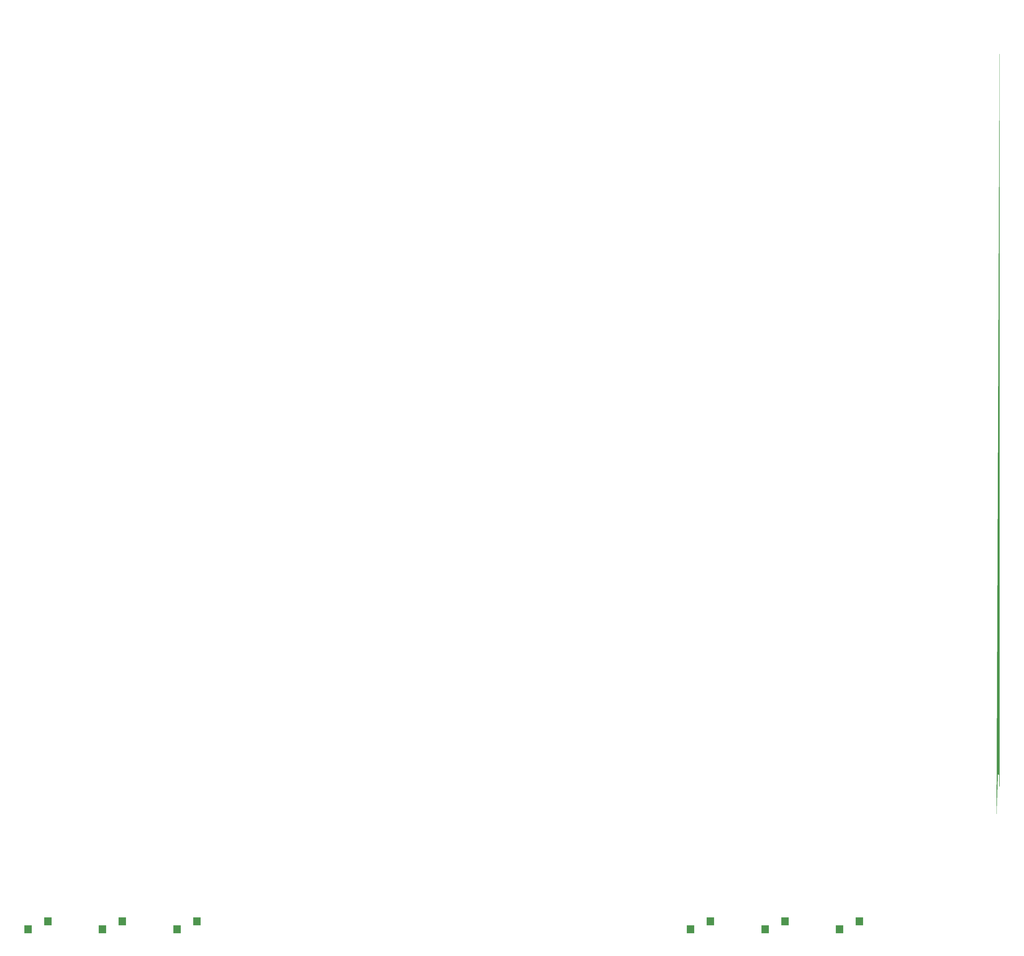
<source format=gbr>
%TF.GenerationSoftware,KiCad,Pcbnew,8.0.1*%
%TF.CreationDate,2025-07-01T00:47:25+09:00*%
%TF.ProjectId,keycultTKL,6b657963-756c-4745-944b-4c2e6b696361,rev?*%
%TF.SameCoordinates,Original*%
%TF.FileFunction,Paste,Top*%
%TF.FilePolarity,Positive*%
%FSLAX46Y46*%
G04 Gerber Fmt 4.6, Leading zero omitted, Abs format (unit mm)*
G04 Created by KiCad (PCBNEW 8.0.1) date 2025-07-01 00:47:25*
%MOMM*%
%LPD*%
G01*
G04 APERTURE LIST*
G04 Aperture macros list*
%AMFreePoly0*
4,1,1541,0.452704,13.979379,0.475047,13.977678,0.497065,13.974878,0.518731,13.971006,0.540016,13.966092,0.560893,13.960161,0.581335,13.953242,0.601314,13.945363,0.620802,13.936551,0.639772,13.926833,0.658196,13.916238,0.676046,13.904793,0.693294,13.892526,0.709914,13.879464,0.725877,13.865635,0.741156,13.851067,0.755723,13.835787,0.769550,13.819823,0.782611,13.803203,0.794876,13.785954,
0.806320,13.768103,0.816913,13.749680,0.826628,13.730710,0.835438,13.711222,0.843315,13.691244,0.850232,13.670803,0.856160,13.649927,0.861072,13.628643,0.864941,13.606979,0.867739,13.584963,0.869438,13.562622,0.870010,13.539984,0.870010,10.349894,0.870584,10.327253,0.872284,10.304910,0.875083,10.282892,0.878953,10.261226,0.883867,10.239940,0.889796,10.219062,0.896714,10.198620,
0.904592,10.178641,0.913404,10.159152,0.923120,10.140182,0.933714,10.121757,0.945159,10.103906,0.957425,10.086657,0.970487,10.070037,0.984315,10.054073,0.998883,10.038793,1.014163,10.024225,1.030127,10.010396,1.046747,9.997335,1.063996,9.985068,1.081847,9.973624,1.100271,9.963030,1.119242,9.953313,1.138730,9.944502,1.158710,9.936624,1.179152,9.929706,1.200030,9.923777,
1.221315,9.918863,1.242981,9.914993,1.265000,9.912194,1.287343,9.910494,1.309983,9.909921,2.519992,9.909921,2.541813,9.910459,2.563486,9.912069,2.584974,9.914736,2.606242,9.918445,2.627254,9.923180,2.647974,9.928928,2.668365,9.935673,2.688392,9.943400,2.708019,9.952094,2.727208,9.961740,2.745926,9.972323,2.764134,9.983829,2.781797,9.996242,2.798880,10.009548,
2.815346,10.023731,2.831158,10.038776,2.846206,10.054586,2.860391,10.071050,2.873699,10.088130,2.886115,10.105791,2.897623,10.123997,2.908209,10.142712,2.917857,10.161900,2.926554,10.181524,2.934283,10.201548,2.941030,10.221937,2.946780,10.242653,2.951519,10.263662,2.955230,10.284926,2.957899,10.306411,2.959512,10.328078,2.960053,10.349894,2.960053,11.889914,2.960589,11.911734,
2.962198,11.933406,2.964863,11.954894,2.968570,11.976162,2.973303,11.997174,2.979049,12.017894,2.985792,12.038286,2.993518,12.058313,3.002210,12.077940,3.011855,12.097130,3.022437,12.115848,3.033942,12.134057,3.046354,12.151721,3.059658,12.168805,3.073840,12.185271,3.088885,12.201085,3.104695,12.216134,3.121158,12.230320,3.138238,12.243629,3.155899,12.256045,3.174105,12.267555,
3.192820,12.278142,3.212008,12.287792,3.231633,12.296489,3.251658,12.304220,3.272049,12.310969,3.292767,12.316720,3.313778,12.321460,3.335046,12.325173,3.356534,12.327844,3.378206,12.329458,3.400026,12.330001,4.059898,12.330001,4.081719,12.329463,4.103392,12.327853,4.124880,12.325186,4.146148,12.321477,4.167160,12.316741,4.187880,12.310994,4.208271,12.304249,4.228298,12.296522,
4.247925,12.287828,4.267114,12.278182,4.285832,12.267598,4.304040,12.256093,4.321703,12.243679,4.338786,12.230374,4.355252,12.216191,4.371064,12.201145,4.386112,12.185335,4.400297,12.168871,4.413605,12.151790,4.426021,12.134127,4.437529,12.115919,4.448115,12.097201,4.457763,12.078010,4.466460,12.058381,4.474189,12.038351,4.480936,12.017955,4.486686,11.997229,4.491425,11.976210,
4.495136,11.954932,4.497805,11.933433,4.499418,11.911749,4.499959,11.889914,4.499959,6.389904,4.499385,6.367264,4.497685,6.344921,4.494886,6.322903,4.491016,6.301237,4.486102,6.279951,4.480172,6.259074,4.473255,6.238631,4.465376,6.218652,4.456565,6.199163,4.446848,6.180193,4.436254,6.161769,4.424810,6.143918,4.412543,6.126669,4.399482,6.110048,4.385653,6.094084,
4.371085,6.078804,4.355806,6.064236,4.339842,6.050408,4.323221,6.037346,4.305972,6.025079,4.288121,6.013635,4.269697,6.003041,4.250727,5.993324,4.231238,5.984513,4.211259,5.976634,4.190816,5.969717,4.169939,5.963787,4.148653,5.958874,4.126987,5.955003,4.104969,5.952204,4.082626,5.950504,4.059986,5.949931,3.399999,5.949931,3.377359,5.950506,3.355016,5.952208,
3.332998,5.955008,3.311332,5.958879,3.290047,5.963794,3.269170,5.969725,3.248728,5.976644,3.228749,5.984524,3.209261,5.993336,3.190291,6.003054,3.171868,6.013649,3.154018,6.025094,3.136769,6.037361,3.120149,6.050423,3.104186,6.064252,3.088907,6.078821,3.074340,6.094101,3.060513,6.110065,3.047452,6.126685,3.035187,6.143934,3.023744,6.161785,3.013150,6.180208,
3.003435,6.199178,2.994625,6.218666,2.986748,6.238644,2.979831,6.259085,2.973903,6.279961,2.968991,6.301245,2.965122,6.322909,2.962324,6.344925,2.960625,6.367266,2.960053,6.389904,2.960053,7.929927,2.959511,7.951747,2.957897,7.973419,2.955226,7.994907,2.951514,8.016174,2.946774,8.037185,2.941023,8.057904,2.934274,8.078294,2.926544,8.098319,2.917846,8.117944,
2.908197,8.137132,2.897610,8.155847,2.886100,8.174053,2.873684,8.191715,2.860375,8.208795,2.846189,8.225258,2.831140,8.241068,2.815326,8.256112,2.798859,8.270294,2.781776,8.283598,2.764111,8.296010,2.745902,8.307514,2.727184,8.318096,2.707994,8.327741,2.688367,8.336433,2.668340,8.344158,2.647948,8.350901,2.627228,8.356648,2.606216,8.361382,2.584947,8.365089,
2.563459,8.367755,2.541786,8.369363,2.519966,8.369900,1.309956,8.369900,1.287316,8.369325,1.264973,8.367624,1.242955,8.364824,1.221289,8.360953,1.200004,8.356038,1.179127,8.350107,1.158685,8.343188,1.138706,8.335309,1.119218,8.326496,1.100248,8.316779,1.081824,8.306184,1.063974,8.294739,1.046726,8.282471,1.030106,8.269409,1.014143,8.255580,0.998864,8.241012,
0.984297,8.225732,0.970470,8.209768,0.957409,8.193147,0.945144,8.175898,0.933701,8.158047,0.923107,8.139623,0.913392,8.120654,0.904582,8.101166,0.896705,8.081187,0.889788,8.060746,0.883860,8.039870,0.878948,8.018586,0.875079,7.996922,0.872281,7.974906,0.870582,7.952565,0.870010,7.929927,0.870010,2.429924,0.870584,2.407283,0.872284,2.384940,0.875083,2.362922,
0.878953,2.341256,0.883867,2.319970,0.889796,2.299093,0.896714,2.278650,0.904592,2.258671,0.913404,2.239182,0.923120,2.220212,0.933714,2.201787,0.945159,2.183937,0.957425,2.166687,0.970487,2.150067,0.984315,2.134103,0.998883,2.118823,1.014163,2.104255,1.030127,2.090427,1.046747,2.077365,1.063996,2.065099,1.081847,2.053654,1.100271,2.043060,1.119242,2.033344,
1.138730,2.024532,1.158710,2.016654,1.179152,2.009737,1.200030,2.003807,1.221315,1.998894,1.242981,1.995023,1.265000,1.992225,1.287343,1.990524,1.309983,1.989951,3.290003,1.989951,3.312643,1.989376,3.334986,1.987674,3.357004,1.984873,3.378669,1.981002,3.399954,1.976087,3.420832,1.970156,3.441274,1.963237,3.461253,1.955358,3.480741,1.946545,3.499710,1.936828,
3.518134,1.926233,3.535984,1.914788,3.553233,1.902520,3.569852,1.889458,3.585815,1.875629,3.601094,1.861061,3.615661,1.845781,3.629489,1.829817,3.642549,1.813196,3.654815,1.795947,3.666258,1.778097,3.676851,1.759673,3.686567,1.740703,3.695377,1.721216,3.703254,1.701237,3.710170,1.680796,3.716099,1.659920,3.721011,1.638636,3.724880,1.616972,3.727677,1.594956,
3.729376,1.572615,3.729949,1.549978,3.729949,0.889907,3.729375,0.867267,3.727675,0.844923,3.724876,0.822905,3.721006,0.801239,3.716092,0.779954,3.710163,0.759076,3.703245,0.738633,3.695367,0.718654,3.686556,0.699165,3.676839,0.680195,3.666245,0.661771,3.654800,0.643920,3.642534,0.626670,3.629472,0.610050,3.615644,0.594086,3.601076,0.578806,3.585796,0.564238,
3.569832,0.550410,3.553212,0.537348,3.535962,0.525082,3.518111,0.513638,3.499687,0.503043,3.480717,0.493327,3.461228,0.484516,3.441249,0.476637,3.420806,0.469720,3.399929,0.463790,3.378643,0.458877,3.356977,0.455007,3.334959,0.452208,3.312616,0.450508,3.289976,0.449934,1.309956,0.449934,1.287316,0.449359,1.264973,0.447657,1.242955,0.444857,1.221289,0.440985,
1.200004,0.436070,1.179127,0.430139,1.158685,0.423220,1.138706,0.415341,1.119218,0.406529,1.100248,0.396811,1.081824,0.386216,1.063974,0.374771,1.046726,0.362503,1.030106,0.349441,1.014143,0.335612,0.998864,0.321044,0.984297,0.305764,0.970470,0.289800,0.957409,0.273180,0.945144,0.255930,0.933701,0.238080,0.923107,0.219656,0.913392,0.200687,0.904582,0.181199,
0.896705,0.161221,0.889788,0.140780,0.883860,0.119903,0.878948,0.098619,0.875079,0.076955,0.872281,0.054939,0.870582,0.032599,0.870010,0.009961,0.870010,-1.879540,0.870886,-1.907324,0.873489,-1.934802,0.877781,-1.961904,0.883724,-1.988560,0.891281,-2.014702,0.900413,-2.040259,0.911083,-2.065161,0.923253,-2.089340,0.936886,-2.112725,0.951943,-2.135248,0.968387,-2.156838,
0.986180,-2.177426,1.005285,-2.196942,1.025664,-2.215317,1.047278,-2.232482,1.070091,-2.248366,1.093859,-2.262782,1.118311,-2.275583,1.143369,-2.286763,1.168955,-2.296317,1.194988,-2.304237,1.221391,-2.310518,1.248084,-2.315153,1.274988,-2.318135,1.302024,-2.319459,1.329114,-2.319118,1.356179,-2.317107,1.383139,-2.313417,1.409917,-2.308045,1.436432,-2.300982,1.462606,-2.292222,
1.488360,-2.281761,1.726092,-2.186149,1.967782,-2.108150,2.212538,-2.047641,2.459467,-2.004501,2.707677,-1.978609,2.956278,-1.969842,3.204375,-1.978078,3.451079,-2.003197,3.695496,-2.045077,3.936734,-2.103595,4.173902,-2.178630,4.406108,-2.270061,4.632459,-2.377765,4.852064,-2.501622,5.064030,-2.641509,5.267466,-2.797305,5.459450,-2.967013,5.637460,-3.148149,5.801207,-3.339862,
5.950399,-3.541299,6.084745,-3.751609,6.203955,-3.969938,6.307737,-4.195437,6.395802,-4.427252,6.467858,-4.664531,6.523614,-4.906422,6.562780,-5.152075,6.585064,-5.400635,6.590177,-5.651252,6.577826,-5.903074,6.547722,-6.155247,6.499573,-6.406922,6.433856,-6.654590,6.351662,-6.894886,6.253622,-7.127167,6.140367,-7.350793,6.012529,-7.565121,5.870740,-7.769510,5.715630,-7.963318,
5.547832,-8.145903,5.367976,-8.316624,5.176695,-8.474838,4.974619,-8.619905,4.762380,-8.751182,4.540610,-8.868028,4.309939,-8.969801,4.071000,-9.055859,3.824423,-9.125561,3.808196,-9.129982,3.792288,-9.135198,3.776724,-9.141189,3.761530,-9.147937,3.746731,-9.155423,3.732352,-9.163628,3.718419,-9.172532,3.704958,-9.182117,3.691993,-9.192364,3.679549,-9.203253,3.667653,-9.214767,
3.656330,-9.226884,3.645604,-9.239588,3.635502,-9.252857,3.626048,-9.266675,3.617268,-9.281021,3.609230,-9.295794,3.601986,-9.310887,3.595541,-9.326268,3.589897,-9.341906,3.585060,-9.357769,3.581033,-9.373826,3.577819,-9.390045,3.575422,-9.406396,3.573847,-9.422845,3.573096,-9.439363,3.573175,-9.455918,3.574086,-9.472477,3.575833,-9.489010,3.578421,-9.505485,3.581853,-9.521870,
3.586133,-9.538135,3.623612,-9.677482,3.655368,-9.817326,3.681451,-9.957518,3.701915,-10.097910,3.716810,-10.238354,3.726188,-10.378703,3.730100,-10.518808,3.728599,-10.658520,3.721735,-10.797693,3.709560,-10.936178,3.692127,-11.073826,3.669485,-11.210491,3.641688,-11.346022,3.608787,-11.480274,3.570832,-11.613097,3.527877,-11.744344,3.479972,-11.873866,3.427169,-12.001515,3.369520,-12.127144,
3.307075,-12.250604,3.239888,-12.371747,3.168009,-12.490425,3.091490,-12.606490,3.010383,-12.719794,2.924738,-12.830189,2.834609,-12.937526,2.740046,-13.041659,2.641100,-13.142438,2.537825,-13.239715,2.430270,-13.333343,2.318488,-13.423174,2.202531,-13.509059,1.961666,-13.666300,1.712021,-13.802576,1.454849,-13.917886,1.191405,-14.012231,0.922945,-14.085610,0.650720,-14.138024,0.375988,-14.169472,
0.100000,-14.179955,-0.175987,-14.169472,-0.450720,-14.138024,-0.722944,-14.085610,-0.991405,-14.012231,-1.254849,-13.917886,-1.512020,-13.802576,-1.761666,-13.666300,-2.002531,-13.509059,-2.230270,-13.333343,-2.441100,-13.142438,-2.634609,-12.937527,-2.810382,-12.719795,-2.968009,-12.490426,-3.107075,-12.250606,-3.227168,-12.001518,-3.327876,-11.744347,-3.408786,-11.480278,-3.469484,-11.210495,-3.509559,-10.936183,
-3.528598,-10.658526,-3.527663,-10.550083,-1.990043,-10.550083,-1.988880,-10.619912,-1.985411,-10.689361,-1.979663,-10.758383,-1.971663,-10.826929,-1.961439,-10.894953,-1.949017,-10.962407,-1.934427,-11.029242,-1.917695,-11.095412,-1.898849,-11.160869,-1.877915,-11.225565,-1.854923,-11.289453,-1.829898,-11.352485,-1.802869,-11.414613,-1.773863,-11.475791,-1.742908,-11.535969,-1.710030,-11.595102,-1.675258,-11.653141,
-1.638619,-11.710038,-1.600141,-11.765747,-1.559850,-11.820219,-1.517775,-11.873406,-1.473942,-11.925262,-1.428380,-11.975739,-1.381116,-12.024789,-1.332177,-12.072364,-1.281591,-12.118417,-1.229385,-12.162901,-1.175587,-12.205767,-1.120224,-12.246969,-1.063324,-12.286458,-1.004914,-12.324186,-0.945021,-12.360108,-0.822087,-12.425736,-0.696075,-12.482614,-0.567426,-12.530741,-0.436578,-12.570118,-0.303973,-12.600745,
-0.170048,-12.622621,-0.035244,-12.635746,0.100000,-12.640121,0.235244,-12.635746,0.370048,-12.622621,0.503973,-12.600745,0.636579,-12.570118,0.767426,-12.530741,0.896076,-12.482614,1.022087,-12.425736,1.145022,-12.360108,1.263325,-12.286458,1.375588,-12.205767,1.481592,-12.118417,1.581117,-12.024789,1.673943,-11.925262,1.759851,-11.820218,1.838620,-11.710038,1.910031,-11.595101,1.973863,-11.475789,
2.029898,-11.352483,2.077915,-11.225563,2.117695,-11.095409,2.149017,-10.962403,2.171663,-10.826925,2.185411,-10.689356,2.190043,-10.550076,2.187476,-10.446436,2.179819,-10.343500,2.167143,-10.241438,2.149519,-10.140423,2.127017,-10.040625,2.099709,-9.942216,2.067666,-9.845366,2.030958,-9.750248,1.989657,-9.657033,1.943834,-9.565891,1.893558,-9.476995,1.838903,-9.390515,1.779938,-9.306623,
1.716734,-9.225490,1.649362,-9.147287,1.577894,-9.072186,1.502794,-9.000718,1.424591,-8.933346,1.343458,-8.870143,1.259566,-8.811178,1.173085,-8.756522,1.084189,-8.706247,0.993047,-8.660424,0.899831,-8.619123,0.804712,-8.582416,0.707862,-8.550373,0.609452,-8.523066,0.509654,-8.500565,0.408638,-8.482941,0.306576,-8.470265,0.203640,-8.462609,0.100000,-8.460043,0.100044,-8.460036,
-0.003596,-8.462601,-0.106533,-8.470256,-0.208595,-8.482930,-0.309612,-8.500553,-0.409411,-8.523053,-0.507821,-8.550359,-0.604672,-8.582401,-0.699791,-8.619107,-0.793008,-8.660406,-0.884151,-8.706228,-0.973049,-8.756502,-1.059530,-8.811156,-1.143424,-8.870120,-1.224558,-8.933322,-1.302763,-9.000692,-1.377865,-9.072159,-1.449335,-9.147258,-1.516708,-9.225458,-1.579913,-9.306590,-1.638880,-9.390481,
-1.693537,-9.476960,-1.743814,-9.565856,-1.789640,-9.656999,-1.830943,-9.750215,-1.867652,-9.845335,-1.899697,-9.942187,-1.927007,-10.040600,-1.949511,-10.140403,-1.967137,-10.241423,-1.979815,-10.343491,-1.987474,-10.446435,-1.990043,-10.550083,-3.527663,-10.550083,-3.526187,-10.378709,-3.501914,-10.097916,-3.455367,-9.817332,-3.386132,-9.538142,-3.381852,-9.521876,-3.378420,-9.505489,-3.375832,-9.489013,
-3.374084,-9.472480,-3.373173,-9.455920,-3.373095,-9.439365,-3.373845,-9.422847,-3.375420,-9.406396,-3.377817,-9.390046,-3.381031,-9.373826,-3.385058,-9.357769,-3.389895,-9.341906,-3.395539,-9.326268,-3.401984,-9.310887,-3.409228,-9.295794,-3.417266,-9.281021,-3.426045,-9.266675,-3.435499,-9.252857,-3.445602,-9.239588,-3.456327,-9.226884,-3.467651,-9.214767,-3.479547,-9.203253,-3.491991,-9.192364,
-3.504956,-9.182117,-3.518418,-9.172532,-3.532352,-9.163628,-3.546730,-9.155423,-3.561530,-9.147937,-3.576724,-9.141189,-3.592289,-9.135198,-3.608197,-9.129982,-3.624425,-9.125561,-3.871001,-9.055859,-4.109940,-8.969801,-4.340611,-8.868028,-4.562381,-8.751182,-4.774620,-8.619905,-4.976695,-8.474838,-5.167976,-8.316624,-5.347832,-8.145903,-5.515630,-7.963318,-5.670739,-7.769510,-5.812528,-7.565121,
-5.940366,-7.350793,-6.053621,-7.127167,-6.151661,-6.894886,-6.233855,-6.654590,-6.299572,-6.406922,-6.347721,-6.155247,-6.377825,-5.903074,-6.390176,-5.651252,-6.389132,-5.600093,-4.849981,-5.600093,-4.846883,-5.707360,-4.838466,-5.813206,-4.824859,-5.917502,-4.806192,-6.020118,-4.782598,-6.120922,-4.754206,-6.219785,-4.721146,-6.316577,-4.683550,-6.411167,-4.641549,-6.503426,-4.595272,-6.593223,
-4.544850,-6.680428,-4.490415,-6.764911,-4.432097,-6.846542,-4.370026,-6.925190,-4.304333,-7.000726,-4.235148,-7.073019,-4.162604,-7.141939,-4.086829,-7.207356,-4.007954,-7.269139,-3.926111,-7.327159,-3.841430,-7.381286,-3.754041,-7.431388,-3.664076,-7.477337,-3.571664,-7.519002,-3.476937,-7.556252,-3.380025,-7.588958,-3.281059,-7.616989,-3.180169,-7.640215,-3.077486,-7.658507,-2.973141,-7.671733,
-2.867264,-7.679764,-2.759987,-7.682469,-2.652709,-7.679763,-2.546832,-7.671732,-2.442487,-7.658505,-2.339804,-7.640213,-2.238915,-7.616986,-2.139949,-7.588954,-2.043037,-7.556247,-1.948310,-7.518996,-1.855899,-7.477331,-1.765934,-7.431382,-1.678545,-7.381279,-1.593864,-7.327152,-1.512022,-7.269131,-1.433148,-7.207348,-1.357373,-7.141931,-1.284829,-7.073010,-1.215645,-7.000717,-1.149953,-6.925182,
-1.087882,-6.846534,-1.029564,-6.764903,-0.975130,-6.680420,-0.924709,-6.593215,-0.878433,-6.503419,-0.836432,-6.411161,-0.798837,-6.316571,-0.765778,-6.219780,-0.737387,-6.120918,-0.713793,-6.020115,-0.695128,-5.917501,-0.681521,-5.813206,-0.673105,-5.707361,-0.670008,-5.600093,0.870010,-5.600093,0.873107,-5.707360,0.881525,-5.813206,0.895132,-5.917502,0.913798,-6.020118,0.937393,-6.120922,
0.965785,-6.219785,0.998845,-6.316577,1.036441,-6.411167,1.078442,-6.503426,1.124719,-6.593223,1.175141,-6.680428,1.229576,-6.764911,1.287894,-6.846542,1.349966,-6.925190,1.415659,-7.000726,1.484843,-7.073019,1.557388,-7.141939,1.633163,-7.207356,1.712037,-7.269139,1.793880,-7.327159,1.878562,-7.381286,1.965950,-7.431388,2.055916,-7.477337,2.148327,-7.519002,2.243054,-7.556252,
2.339966,-7.588958,2.438932,-7.616989,2.539822,-7.640215,2.642505,-7.658507,2.746850,-7.671733,2.852727,-7.679764,2.960004,-7.682469,3.067282,-7.679763,3.173159,-7.671732,3.277504,-7.658505,3.380186,-7.640213,3.481076,-7.616986,3.580042,-7.588954,3.676954,-7.556247,3.771681,-7.518996,3.864092,-7.477331,3.954057,-7.431382,4.041445,-7.381279,4.126126,-7.327152,4.207968,-7.269131,
4.286842,-7.207348,4.362617,-7.141931,4.435161,-7.073010,4.504345,-7.000717,4.570037,-6.925182,4.632108,-6.846534,4.690426,-6.764903,4.744860,-6.680420,4.795281,-6.593215,4.841557,-6.503419,4.883558,-6.411161,4.921153,-6.316571,4.954212,-6.219780,4.982603,-6.120918,5.006197,-6.020115,5.024863,-5.917501,5.038469,-5.813206,5.046886,-5.707361,5.049982,-5.600096,5.047265,-5.492546,
5.039196,-5.386408,5.025907,-5.281813,5.007529,-5.178892,4.984194,-5.077777,4.956033,-4.978599,4.923177,-4.881489,4.885758,-4.786579,4.843906,-4.694000,4.797753,-4.603883,4.747431,-4.516360,4.693071,-4.431561,4.634804,-4.349619,4.572761,-4.270664,4.507074,-4.194829,4.437874,-4.122243,4.365292,-4.053039,4.289460,-3.987348,4.210508,-3.925301,4.128569,-3.867029,4.043774,-3.812664,
3.956253,-3.762338,3.866139,-3.716180,3.773562,-3.674324,3.678654,-3.636899,3.581546,-3.604038,3.482369,-3.575872,3.381255,-3.552531,3.278335,-3.534148,3.173741,-3.520854,3.067603,-3.512779,2.960072,-3.510056,2.856452,-3.512621,2.753515,-3.520276,2.651453,-3.532950,2.550437,-3.550572,2.450638,-3.573072,2.352228,-3.600378,2.255378,-3.632419,2.160258,-3.669125,2.067042,-3.710424,
1.975899,-3.756245,1.887001,-3.806518,1.800520,-3.861172,1.716627,-3.920135,1.635492,-3.983337,1.557288,-4.050706,1.482186,-4.122173,1.410717,-4.197272,1.343344,-4.275474,1.280138,-4.356606,1.221172,-4.440498,1.166514,-4.526978,1.116238,-4.615874,1.070412,-4.707017,1.029109,-4.800233,0.992400,-4.895353,0.960355,-4.992205,0.933045,-5.090617,0.910542,-5.190419,0.892916,-5.291438,
0.880238,-5.393505,0.872579,-5.496447,0.870010,-5.600093,-0.670008,-5.600093,-0.672575,-5.496456,-0.680232,-5.393519,-0.692908,-5.291457,-0.710533,-5.190441,-0.733035,-5.090643,-0.760343,-4.992233,-0.792386,-4.895384,-0.829094,-4.800265,-0.870395,-4.707050,-0.916218,-4.615908,-0.966493,-4.527011,-1.021149,-4.440531,-1.080114,-4.356639,-1.143318,-4.275506,-1.210689,-4.197304,-1.282157,-4.122203,
-1.357258,-4.050735,-1.435460,-3.983363,-1.516594,-3.920159,-1.600486,-3.861194,-1.686966,-3.806539,-1.775863,-3.756264,-1.867005,-3.710441,-1.960221,-3.669140,-2.055340,-3.632432,-2.152189,-3.600389,-2.250599,-3.573081,-2.350398,-3.550580,-2.451413,-3.532956,-2.553475,-3.520280,-2.656412,-3.512623,-2.760031,-3.510056,-2.867562,-3.512777,-2.973700,-3.520849,-3.078295,-3.534142,-3.181215,-3.552523,
-3.282329,-3.575861,-3.381507,-3.604026,-3.478615,-3.636885,-3.573524,-3.674308,-3.666102,-3.716163,-3.756217,-3.762319,-3.843739,-3.812644,-3.928536,-3.867008,-4.010476,-3.925279,-4.089428,-3.987325,-4.165262,-4.053015,-4.237845,-4.122219,-4.307046,-4.194804,-4.372735,-4.270640,-4.434779,-4.349594,-4.493048,-4.431537,-4.547410,-4.516335,-4.597734,-4.603859,-4.643888,-4.693977,-4.685741,-4.786557,
-4.723163,-4.881469,-4.756020,-4.978580,-4.784183,-5.077760,-4.807520,-5.178877,-4.825900,-5.281801,-4.839191,-5.386398,-4.847261,-5.492540,-4.849981,-5.600093,-6.389132,-5.600093,-6.385063,-5.400635,-6.362779,-5.152075,-6.323613,-4.906422,-6.267856,-4.664531,-6.195800,-4.427252,-6.107736,-4.195437,-6.003953,-3.969938,-5.884743,-3.751609,-5.750396,-3.541299,-5.601204,-3.339862,-5.437458,-3.148149,
-5.259447,-2.967013,-5.067464,-2.797305,-4.864028,-2.641509,-4.652062,-2.501622,-4.432457,-2.377766,-4.206106,-2.270061,-3.973901,-2.178630,-3.736732,-2.103595,-3.495494,-2.045077,-3.251077,-2.003199,-3.004373,-1.978080,-2.756275,-1.969844,-2.507674,-1.978612,-2.259463,-2.004506,-2.012533,-2.047647,-1.767776,-2.108157,-1.526085,-2.186157,-1.288351,-2.281771,-1.262597,-2.292231,-1.236423,-2.300989,
-1.209908,-2.308051,-1.183130,-2.313423,-1.156170,-2.317111,-1.129105,-2.319122,-1.102015,-2.319462,-1.074978,-2.318137,-1.048074,-2.315154,-1.021381,-2.310518,-0.994979,-2.304237,-0.968946,-2.296316,-0.943360,-2.286762,-0.918302,-2.275581,-0.893850,-2.262779,-0.870083,-2.248363,-0.847270,-2.232478,-0.825656,-2.215313,-0.805278,-2.196937,-0.786174,-2.177421,-0.768381,-2.156832,-0.751937,-2.135242,
-0.736880,-2.112720,-0.723248,-2.089335,-0.711078,-2.065156,-0.700409,-2.040254,-0.691277,-2.014697,-0.683721,-1.988557,-0.677778,-1.961901,-0.673487,-1.934800,-0.670884,-1.907323,-0.670008,-1.879540,-0.670008,0.009961,-0.670582,0.032601,-0.672283,0.054944,-0.675082,0.076962,-0.678952,0.098628,-0.683865,0.119913,-0.689795,0.140791,-0.696713,0.161233,-0.704591,0.181213,-0.713402,0.200701,
-0.723119,0.219672,-0.733713,0.238096,-0.745157,0.255947,-0.757424,0.273196,-0.770485,0.289817,-0.784314,0.305781,-0.798882,0.321060,-0.814161,0.335628,-0.830125,0.349457,-0.846746,0.362519,-0.863995,0.374785,-0.881846,0.386230,-0.900270,0.396824,-0.919240,0.406540,-0.938729,0.415352,-0.958708,0.423230,-0.979151,0.430148,-1.000028,0.436077,-1.021314,0.440991,-1.042980,0.444861,
-1.064998,0.447660,-1.087341,0.449360,-1.109982,0.449934,-3.090001,0.449934,-3.112641,0.450509,-3.134984,0.452210,-3.157003,0.455011,-3.178668,0.458882,-3.199953,0.463797,-3.220831,0.469727,-3.241273,0.476646,-3.261252,0.484526,-3.280740,0.493338,-3.299710,0.503055,-3.318133,0.513651,-3.335983,0.525096,-3.353232,0.537363,-3.369852,0.550425,-3.385815,0.564254,-3.401094,0.578823,
-3.415661,0.594103,-3.429488,0.610067,-3.442549,0.626687,-3.454814,0.643937,-3.466257,0.661787,-3.476851,0.680211,-3.486566,0.699181,-3.495376,0.718669,-3.503253,0.738647,-3.510170,0.759088,-3.516098,0.779965,-3.521010,0.801249,-3.524879,0.822912,-3.527677,0.844929,-3.529376,0.867269,-3.529948,0.889907,-3.529948,1.549978,-3.529374,1.572618,-3.527674,1.594961,-3.524875,1.616979,
-3.521005,1.638644,-3.516091,1.659930,-3.510162,1.680807,-3.503244,1.701250,-3.495365,1.721229,-3.486554,1.740717,-3.476838,1.759688,-3.466243,1.778112,-3.454799,1.795962,-3.442533,1.813212,-3.429471,1.829832,-3.415643,1.845796,-3.401075,1.861076,-3.385795,1.875644,-3.369831,1.889472,-3.353211,1.902534,-3.335961,1.914801,-3.318111,1.926245,-3.299686,1.936839,-3.280716,1.946556,
-3.261227,1.955367,-3.241248,1.963246,-3.220806,1.970163,-3.199928,1.976093,-3.178642,1.981007,-3.156977,1.984877,-3.134958,1.987676,-3.112615,1.989377,-3.089975,1.989951,-1.109956,1.989951,-1.087315,1.990526,-1.064972,1.992227,-1.042954,1.995027,-1.021288,1.998898,-1.000003,2.003813,-0.979125,2.009744,-0.958683,2.016663,-0.938705,2.024542,-0.919216,2.033354,-0.900247,2.043072,
-0.881823,2.053667,-0.863973,2.065112,-0.846724,2.077379,-0.830105,2.090441,-0.814142,2.104270,-0.798863,2.118838,-0.784296,2.134118,-0.770468,2.150082,-0.757408,2.166703,-0.745142,2.183952,-0.733699,2.201802,-0.723106,2.220226,-0.713390,2.239196,-0.704580,2.258684,-0.696703,2.278662,-0.689787,2.299104,-0.683859,2.319980,-0.678946,2.341264,-0.675077,2.362928,-0.672280,2.384945,
-0.670581,2.407286,-0.670008,2.429924,-0.670008,7.929927,-0.670582,7.952568,-0.672283,7.974911,-0.675082,7.996929,-0.678952,8.018595,-0.683865,8.039881,-0.689795,8.060759,-0.696713,8.081201,-0.704591,8.101180,-0.713402,8.120669,-0.723119,8.139639,-0.733713,8.158064,-0.745157,8.175914,-0.757424,8.193164,-0.770485,8.209784,-0.784314,8.225748,-0.798882,8.241028,-0.814161,8.255596,
-0.830125,8.269425,-0.846746,8.282486,-0.863995,8.294753,-0.881846,8.306197,-0.900270,8.316791,-0.919240,8.326507,-0.938729,8.335319,-0.958708,8.343197,-0.979151,8.350115,-1.000028,8.356044,-1.021314,8.360958,-1.042980,8.364828,-1.064998,8.367627,-1.087341,8.369327,-1.109982,8.369900,-2.319992,8.369900,-2.341812,8.369362,-2.363484,8.367752,-2.384973,8.365085,-2.406241,8.361376,
-2.427253,8.356641,-2.447973,8.350893,-2.468364,8.344148,-2.488391,8.336421,-2.508017,8.327727,-2.527207,8.318081,-2.545924,8.307498,-2.564133,8.295992,-2.581796,8.283579,-2.598879,8.270273,-2.615345,8.256090,-2.631158,8.241045,-2.646205,8.225235,-2.660391,8.208771,-2.673699,8.191691,-2.686114,8.174030,-2.697622,8.155824,-2.708208,8.137109,-2.717856,8.117921,-2.726553,8.098297,
-2.734282,8.078273,-2.741029,8.057884,-2.746779,8.037168,-2.751517,8.016159,-2.755228,7.994894,-2.757898,7.973410,-2.759510,7.951743,-2.760051,7.929927,-2.760051,6.389904,-2.760625,6.367264,-2.762325,6.344921,-2.765124,6.322903,-2.768995,6.301237,-2.773908,6.279951,-2.779838,6.259074,-2.786755,6.238631,-2.794634,6.218652,-2.803445,6.199163,-2.813162,6.180193,-2.823756,6.161769,
-2.835200,6.143918,-2.847467,6.126669,-2.860528,6.110048,-2.874357,6.094084,-2.888924,6.078804,-2.904204,6.064236,-2.920168,6.050408,-2.936789,6.037346,-2.954038,6.025079,-2.971889,6.013635,-2.990313,6.003041,-3.009283,5.993324,-3.028772,5.984513,-3.048751,5.976634,-3.069193,5.969717,-3.090071,5.963787,-3.111357,5.958874,-3.133023,5.955003,-3.155041,5.952204,-3.177384,5.950504,
-3.200024,5.949931,-3.860012,5.949931,-3.882652,5.950506,-3.904995,5.952208,-3.927013,5.955008,-3.948679,5.958879,-3.969964,5.963794,-3.990842,5.969725,-4.011284,5.976644,-4.031263,5.984524,-4.050751,5.993336,-4.069720,6.003054,-4.088144,6.013649,-4.105994,6.025094,-4.123243,6.037361,-4.139862,6.050423,-4.155825,6.064252,-4.171104,6.078821,-4.185671,6.094101,-4.199499,6.110065,
-4.212559,6.126685,-4.224825,6.143934,-4.236268,6.161785,-4.246861,6.180208,-4.256576,6.199178,-4.265386,6.218666,-4.273263,6.238644,-4.280180,6.259085,-4.286108,6.279961,-4.291020,6.301245,-4.294889,6.322909,-4.297687,6.344925,-4.299386,6.367266,-4.299958,6.389904,-4.299958,11.889914,-4.299422,11.911734,-4.297813,11.933406,-4.295148,11.954894,-4.291441,11.976162,-4.286707,11.997174,
-4.280961,12.017894,-4.274218,12.038286,-4.266493,12.058313,-4.257800,12.077940,-4.248156,12.097130,-4.237574,12.115848,-4.226069,12.134057,-4.213657,12.151721,-4.200353,12.168805,-4.186170,12.185271,-4.171126,12.201085,-4.155316,12.216134,-4.138853,12.230320,-4.121773,12.243629,-4.104112,12.256045,-4.085905,12.267555,-4.067190,12.278142,-4.048002,12.287792,-4.028378,12.296489,-4.008352,12.304220,
-3.987962,12.310969,-3.967244,12.316720,-3.946232,12.321460,-3.924965,12.325173,-3.903477,12.327844,-3.881805,12.329458,-3.859985,12.330001,-3.200112,12.330001,-3.178291,12.329463,-3.156619,12.327853,-3.135131,12.325186,-3.113862,12.321477,-3.092850,12.316741,-3.072131,12.310994,-3.051739,12.304249,-3.031712,12.296522,-3.012086,12.287828,-2.992896,12.278182,-2.974179,12.267598,-2.955970,12.256093,
-2.938307,12.243679,-2.921224,12.230374,-2.904758,12.216191,-2.888946,12.201145,-2.873898,12.185335,-2.859713,12.168871,-2.846405,12.151790,-2.833989,12.134127,-2.822481,12.115919,-2.811895,12.097201,-2.802247,12.078010,-2.793550,12.058381,-2.785821,12.038351,-2.779074,12.017955,-2.773324,11.997229,-2.768585,11.976210,-2.764874,11.954932,-2.762205,11.933433,-2.760592,11.911749,-2.760051,11.889914,
-2.760051,10.349894,-2.759509,10.328074,-2.757895,10.306402,-2.755225,10.284914,-2.751512,10.263647,-2.746773,10.242636,-2.741021,10.221917,-2.734273,10.201527,-2.726543,10.181502,-2.717845,10.161877,-2.708196,10.142689,-2.697609,10.123974,-2.686100,10.105768,-2.673683,10.088106,-2.660374,10.071026,-2.646188,10.054563,-2.631139,10.038753,-2.615325,10.023708,-2.598859,10.009526,-2.581775,9.996222,
-2.564111,9.983810,-2.545901,9.972305,-2.527184,9.961723,-2.507993,9.952079,-2.488366,9.943387,-2.468339,9.935662,-2.447947,9.928919,-2.427227,9.923173,-2.406214,9.918439,-2.384946,9.914732,-2.363458,9.912066,-2.341785,9.910458,-2.319965,9.909921,-1.109956,9.909921,-1.087315,9.910496,-1.064972,9.912197,-1.042954,9.914997,-1.021288,9.918868,-1.000003,9.923783,-0.979125,9.929714,
-0.958683,9.936633,-0.938705,9.944512,-0.919216,9.953324,-0.900247,9.963042,-0.881823,9.973637,-0.863973,9.985082,-0.846724,9.997350,-0.830105,10.010412,-0.814142,10.024241,-0.798863,10.038809,-0.784296,10.054089,-0.770468,10.070053,-0.757408,10.086674,-0.745142,10.103923,-0.733699,10.121774,-0.723106,10.140198,-0.713390,10.159167,-0.704580,10.178655,-0.696703,10.198633,-0.689787,10.219075,
-0.683859,10.239951,-0.678946,10.261235,-0.675077,10.282899,-0.672280,10.304915,-0.670581,10.327256,-0.670008,10.349894,-0.670008,13.539984,-0.669435,13.562624,-0.667734,13.584967,-0.664935,13.606985,-0.661065,13.628651,-0.656152,13.649936,-0.650222,13.670814,-0.643304,13.691256,-0.635426,13.711236,-0.626615,13.730724,-0.616898,13.749694,-0.606304,13.768118,-0.594860,13.785969,-0.582593,13.803218,
-0.569532,13.819839,-0.555703,13.835803,-0.541136,13.851082,-0.525856,13.865650,-0.509892,13.879479,-0.493271,13.892540,-0.476022,13.904806,-0.458171,13.916251,-0.439747,13.926845,-0.420777,13.936561,-0.401288,13.945372,-0.381309,13.953251,-0.360866,13.960168,-0.339989,13.966098,-0.318703,13.971011,-0.297037,13.974881,-0.275019,13.977680,-0.252676,13.979380,-0.230035,13.979954,0.430064,13.979954,
0.452704,13.979379,0.452704,13.979379,$1*%
G04 Aperture macros list end*
%ADD10R,2.381250X2.500000*%
%ADD11FreePoly0,270.000000*%
G04 APERTURE END LIST*
D10*
%TO.C,MX81*%
X122541875Y-182447500D03*
X128891875Y-179907500D03*
%TD*%
%TO.C,MX85*%
X310660625Y-182447500D03*
X317010625Y-179907500D03*
%TD*%
%TO.C,MX80*%
X98729375Y-182447500D03*
X105079375Y-179907500D03*
%TD*%
%TO.C,MX86*%
X334473125Y-182447500D03*
X340823125Y-179907500D03*
%TD*%
%TO.C,MX84*%
X286848125Y-182447500D03*
X293198125Y-179907500D03*
%TD*%
%TO.C,MX79*%
X74916875Y-182447500D03*
X81266875Y-179907500D03*
%TD*%
D11*
%TO.C,REF\u002A\u002A*%
X384717500Y-146887500D03*
%TD*%
M02*

</source>
